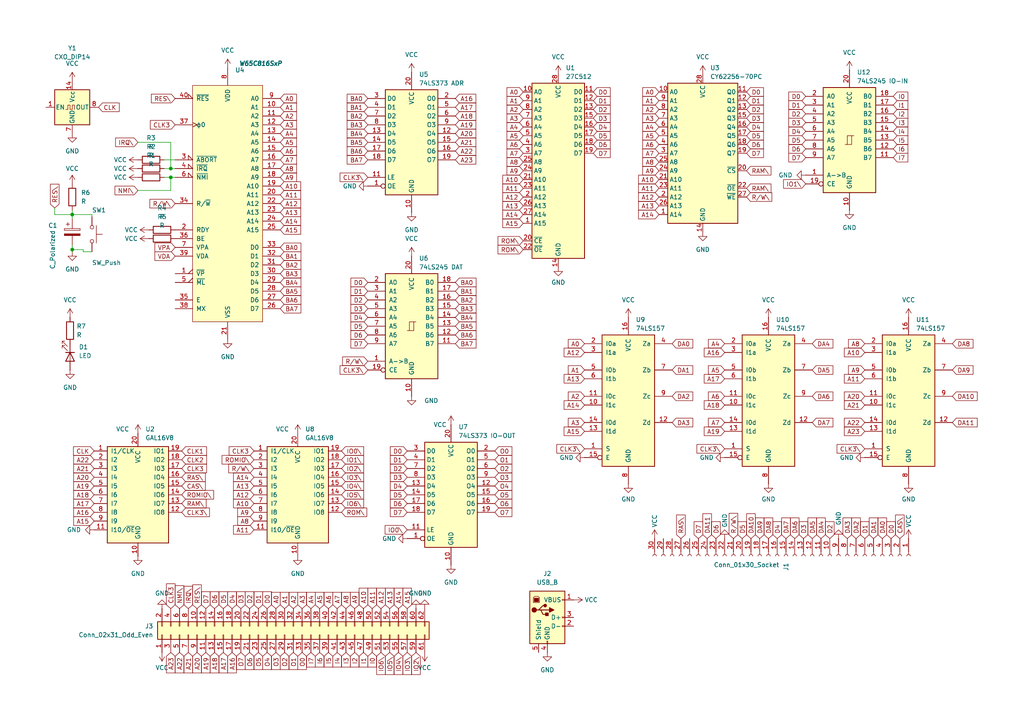
<source format=kicad_sch>
(kicad_sch (version 20250114) (generator "eeschema") (generator_version "9.0")
  (paper "A4")
  (junction (at 20.955 72.39))
  (junction (at 20.955 62.23))
  (junction (at 49.53 51.435))
  (junction (at 49.53 48.895))
  (wire (pts (xy 49.53 51.435) (xy 49.53 55.245)))
  (wire (pts (xy 49.53 55.245) (xy 40.005 55.245)))
  (wire (pts (xy 49.53 48.895) (xy 50.8 48.895)))
  (wire (pts (xy 20.955 71.12) (xy 20.955 72.39)))
  (wire (pts (xy 15.875 60.325) (xy 15.875 62.23)))
  (wire (pts (xy 47.625 46.355) (xy 50.8 46.355)))
  (wire (pts (xy 49.53 51.435) (xy 50.8 51.435)))
  (wire (pts (xy 20.955 72.39) (xy 20.955 73.025)))
  (wire (pts (xy 20.955 62.23) (xy 26.67 62.23)))
  (wire (pts (xy 24.13 72.39) (xy 20.955 72.39)))
  (wire (pts (xy 49.53 48.895) (xy 49.53 41.275)))
  (wire (pts (xy 15.875 62.23) (xy 20.955 62.23)))
  (wire (pts (xy 49.53 41.275) (xy 40.005 41.275)))
  (wire (pts (xy 20.955 62.23) (xy 20.955 63.5)))
  (wire (pts (xy 26.67 73.025) (xy 24.13 73.025)))
  (wire (pts (xy 47.625 48.895) (xy 49.53 48.895)))
  (wire (pts (xy 47.625 51.435) (xy 49.53 51.435)))
  (wire (pts (xy 24.13 73.025) (xy 24.13 72.39)))
  (wire (pts (xy 20.955 60.96) (xy 20.955 62.23)))
  (wire (pts (xy 26.67 62.23) (xy 26.67 62.865)))
  (global_label "BA5" (shape input) (at 106.68 41.275 180) (property "Intersheetrefs" "${INTERSHEET_REFS}" (effects (hide yes))))
  (global_label "A22" (shape input) (at 132.08 43.815 0) (property "Intersheetrefs" "${INTERSHEET_REFS}" (effects (hide yes))))
  (global_label "D5" (shape input) (at 172.085 39.37 0) (property "Intersheetrefs" "${INTERSHEET_REFS}" (effects (hide yes))))
  (global_label "A20" (shape input) (at 27.305 138.43 180) (property "Intersheetrefs" "${INTERSHEET_REFS}" (effects (hide yes))))
  (global_label "A10" (shape input) (at 73.66 146.05 180) (property "Intersheetrefs" "${INTERSHEET_REFS}" (effects (hide yes))))
  (global_label "NMI\\" (shape input) (at 40.005 55.245 180) (property "Intersheetrefs" "${INTERSHEET_REFS}" (effects (hide yes))))
  (global_label "DA10" (shape input) (at 276.225 114.935 0) (property "Intersheetrefs" "${INTERSHEET_REFS}" (effects (hide yes))))
  (global_label "A1" (shape input) (at 151.765 29.21 180) (property "Intersheetrefs" "${INTERSHEET_REFS}" (effects (hide yes))))
  (global_label "I2" (shape input) (at 102.87 189.23 270) (property "Intersheetrefs" "${INTERSHEET_REFS}" (effects (hide yes))))
  (global_label "A6" (shape input) (at 210.185 114.935 180) (property "Intersheetrefs" "${INTERSHEET_REFS}" (effects (hide yes))))
  (global_label "D1" (shape input) (at 216.535 29.21 0) (property "Intersheetrefs" "${INTERSHEET_REFS}" (effects (hide yes))))
  (global_label "BA5" (shape input) (at 132.08 94.615 0) (property "Intersheetrefs" "${INTERSHEET_REFS}" (effects (hide yes))))
  (global_label "I5" (shape input) (at 95.25 189.23 270) (property "Intersheetrefs" "${INTERSHEET_REFS}" (effects (hide yes))))
  (global_label "CLK3" (shape input) (at 50.8 36.195 180) (property "Intersheetrefs" "${INTERSHEET_REFS}" (effects (hide yes))))
  (global_label "O4" (shape input) (at 143.51 140.97 0) (property "Intersheetrefs" "${INTERSHEET_REFS}" (effects (hide yes))))
  (global_label "A3" (shape input) (at 87.63 176.53 90) (property "Intersheetrefs" "${INTERSHEET_REFS}" (effects (hide yes))))
  (global_label "A19" (shape input) (at 59.69 189.23 270) (property "Intersheetrefs" "${INTERSHEET_REFS}" (effects (hide yes))))
  (global_label "D0" (shape input) (at 233.68 27.94 180) (property "Intersheetrefs" "${INTERSHEET_REFS}" (effects (hide yes))))
  (global_label "DA3" (shape input) (at 194.945 122.555 0) (property "Intersheetrefs" "${INTERSHEET_REFS}" (effects (hide yes))))
  (global_label "DA0" (shape input) (at 255.905 156.21 90) (property "Intersheetrefs" "${INTERSHEET_REFS}" (effects (hide yes))))
  (global_label "D3" (shape input) (at 106.68 89.535 180) (property "Intersheetrefs" "${INTERSHEET_REFS}" (effects (hide yes))))
  (global_label "A0" (shape input) (at 169.545 99.695 180) (property "Intersheetrefs" "${INTERSHEET_REFS}" (effects (hide yes))))
  (global_label "IO3\\" (shape input) (at 118.11 189.23 270) (property "Intersheetrefs" "${INTERSHEET_REFS}" (effects (hide yes))))
  (global_label "A10" (shape input) (at 81.28 53.975 0) (property "Intersheetrefs" "${INTERSHEET_REFS}" (effects (hide yes))))
  (global_label "D0" (shape input) (at 77.47 176.53 90) (property "Intersheetrefs" "${INTERSHEET_REFS}" (effects (hide yes))))
  (global_label "R{slash}W\\" (shape input) (at 73.66 135.89 180) (property "Intersheetrefs" "${INTERSHEET_REFS}" (effects (hide yes))))
  (global_label "BA7" (shape input) (at 106.68 46.355 180) (property "Intersheetrefs" "${INTERSHEET_REFS}" (effects (hide yes))))
  (global_label "RAM\\" (shape input) (at 216.535 54.61 0) (property "Intersheetrefs" "${INTERSHEET_REFS}" (effects (hide yes))))
  (global_label "D1" (shape input) (at 233.68 30.48 180) (property "Intersheetrefs" "${INTERSHEET_REFS}" (effects (hide yes))))
  (global_label "CLK3\\" (shape input) (at 250.825 130.175 180) (property "Intersheetrefs" "${INTERSHEET_REFS}" (effects (hide yes))))
  (global_label "A12" (shape input) (at 191.135 57.15 180) (property "Intersheetrefs" "${INTERSHEET_REFS}" (effects (hide yes))))
  (global_label "A10" (shape input) (at 191.135 52.07 180) (property "Intersheetrefs" "${INTERSHEET_REFS}" (effects (hide yes))))
  (global_label "DA10" (shape input) (at 217.805 156.21 90) (property "Intersheetrefs" "${INTERSHEET_REFS}" (effects (hide yes))))
  (global_label "BA3" (shape input) (at 106.68 36.195 180) (property "Intersheetrefs" "${INTERSHEET_REFS}" (effects (hide yes))))
  (global_label "CLK3" (shape input) (at 52.705 135.89 0) (property "Intersheetrefs" "${INTERSHEET_REFS}" (effects (hide yes))))
  (global_label "A4" (shape input) (at 191.135 36.83 180) (property "Intersheetrefs" "${INTERSHEET_REFS}" (effects (hide yes))))
  (global_label "A2" (shape input) (at 85.09 176.53 90) (property "Intersheetrefs" "${INTERSHEET_REFS}" (effects (hide yes))))
  (global_label "DA1" (shape input) (at 194.945 107.315 0) (property "Intersheetrefs" "${INTERSHEET_REFS}" (effects (hide yes))))
  (global_label "A8" (shape input) (at 151.765 46.99 180) (property "Intersheetrefs" "${INTERSHEET_REFS}" (effects (hide yes))))
  (global_label "A6" (shape input) (at 191.135 41.91 180) (property "Intersheetrefs" "${INTERSHEET_REFS}" (effects (hide yes))))
  (global_label "A20" (shape input) (at 57.15 189.23 270) (property "Intersheetrefs" "${INTERSHEET_REFS}" (effects (hide yes))))
  (global_label "A13" (shape input) (at 169.545 109.855 180) (property "Intersheetrefs" "${INTERSHEET_REFS}" (effects (hide yes))))
  (global_label "I4" (shape input) (at 97.79 189.23 270) (property "Intersheetrefs" "${INTERSHEET_REFS}" (effects (hide yes))))
  (global_label "D4" (shape input) (at 118.11 140.97 180) (property "Intersheetrefs" "${INTERSHEET_REFS}" (effects (hide yes))))
  (global_label "A5" (shape input) (at 151.765 39.37 180) (property "Intersheetrefs" "${INTERSHEET_REFS}" (effects (hide yes))))
  (global_label "BA4" (shape input) (at 132.08 92.075 0) (property "Intersheetrefs" "${INTERSHEET_REFS}" (effects (hide yes))))
  (global_label "CLK3\\" (shape input) (at 106.68 51.435 180) (property "Intersheetrefs" "${INTERSHEET_REFS}" (effects (hide yes))))
  (global_label "O2" (shape input) (at 143.51 135.89 0) (property "Intersheetrefs" "${INTERSHEET_REFS}" (effects (hide yes))))
  (global_label "D1" (shape input) (at 250.825 156.21 90) (property "Intersheetrefs" "${INTERSHEET_REFS}" (effects (hide yes))))
  (global_label "BA0" (shape input) (at 106.68 28.575 180) (property "Intersheetrefs" "${INTERSHEET_REFS}" (effects (hide yes))))
  (global_label "D4" (shape input) (at 225.425 156.21 90) (property "Intersheetrefs" "${INTERSHEET_REFS}" (effects (hide yes))))
  (global_label "A6" (shape input) (at 151.765 41.91 180) (property "Intersheetrefs" "${INTERSHEET_REFS}" (effects (hide yes))))
  (global_label "I6" (shape input) (at 259.08 43.18 0) (property "Intersheetrefs" "${INTERSHEET_REFS}" (effects (hide yes))))
  (global_label "ROMIO\\" (shape input) (at 73.66 133.35 180) (property "Intersheetrefs" "${INTERSHEET_REFS}" (effects (hide yes))))
  (global_label "D6" (shape input) (at 172.085 41.91 0) (property "Intersheetrefs" "${INTERSHEET_REFS}" (effects (hide yes))))
  (global_label "A9" (shape input) (at 191.135 49.53 180) (property "Intersheetrefs" "${INTERSHEET_REFS}" (effects (hide yes))))
  (global_label "BA0" (shape input) (at 132.08 81.915 0) (property "Intersheetrefs" "${INTERSHEET_REFS}" (effects (hide yes))))
  (global_label "D4" (shape input) (at 106.68 92.075 180) (property "Intersheetrefs" "${INTERSHEET_REFS}" (effects (hide yes))))
  (global_label "D4" (shape input) (at 233.68 38.1 180) (property "Intersheetrefs" "${INTERSHEET_REFS}" (effects (hide yes))))
  (global_label "A14" (shape input) (at 169.545 117.475 180) (property "Intersheetrefs" "${INTERSHEET_REFS}" (effects (hide yes))))
  (global_label "A20" (shape input) (at 132.08 38.735 0) (property "Intersheetrefs" "${INTERSHEET_REFS}" (effects (hide yes))))
  (global_label "D3" (shape input) (at 216.535 34.29 0) (property "Intersheetrefs" "${INTERSHEET_REFS}" (effects (hide yes))))
  (global_label "A9" (shape input) (at 250.825 107.315 180) (property "Intersheetrefs" "${INTERSHEET_REFS}" (effects (hide yes))))
  (global_label "A2" (shape input) (at 169.545 114.935 180) (property "Intersheetrefs" "${INTERSHEET_REFS}" (effects (hide yes))))
  (global_label "A3" (shape input) (at 81.28 36.195 0) (property "Intersheetrefs" "${INTERSHEET_REFS}" (effects (hide yes))))
  (global_label "A12" (shape input) (at 73.66 143.51 180) (property "Intersheetrefs" "${INTERSHEET_REFS}" (effects (hide yes))))
  (global_label "D6" (shape input) (at 207.645 156.21 90) (property "Intersheetrefs" "${INTERSHEET_REFS}" (effects (hide yes))))
  (global_label "ROM\\" (shape input) (at 151.765 69.85 180) (property "Intersheetrefs" "${INTERSHEET_REFS}" (effects (hide yes))))
  (global_label "A10" (shape input) (at 105.41 176.53 90) (property "Intersheetrefs" "${INTERSHEET_REFS}" (effects (hide yes))))
  (global_label "A13" (shape input) (at 151.765 59.69 180) (property "Intersheetrefs" "${INTERSHEET_REFS}" (effects (hide yes))))
  (global_label "A1" (shape input) (at 169.545 107.315 180) (property "Intersheetrefs" "${INTERSHEET_REFS}" (effects (hide yes))))
  (global_label "IO1\\" (shape input) (at 233.68 53.34 180) (property "Intersheetrefs" "${INTERSHEET_REFS}" (effects (hide yes))))
  (global_label "A18" (shape input) (at 62.23 189.23 270) (property "Intersheetrefs" "${INTERSHEET_REFS}" (effects (hide yes))))
  (global_label "O7" (shape input) (at 143.51 148.59 0) (property "Intersheetrefs" "${INTERSHEET_REFS}" (effects (hide yes))))
  (global_label "A5" (shape input) (at 81.28 41.275 0) (property "Intersheetrefs" "${INTERSHEET_REFS}" (effects (hide yes))))
  (global_label "A22" (shape input) (at 250.825 122.555 180) (property "Intersheetrefs" "${INTERSHEET_REFS}" (effects (hide yes))))
  (global_label "D0" (shape input) (at 172.085 26.67 0) (property "Intersheetrefs" "${INTERSHEET_REFS}" (effects (hide yes))))
  (global_label "A0" (shape input) (at 191.135 26.67 180) (property "Intersheetrefs" "${INTERSHEET_REFS}" (effects (hide yes))))
  (global_label "O6" (shape input) (at 72.39 189.23 270) (property "Intersheetrefs" "${INTERSHEET_REFS}" (effects (hide yes))))
  (global_label "D1" (shape input) (at 74.93 176.53 90) (property "Intersheetrefs" "${INTERSHEET_REFS}" (effects (hide yes))))
  (global_label "IO0\\" (shape input) (at 99.06 130.81 0) (property "Intersheetrefs" "${INTERSHEET_REFS}" (effects (hide yes))))
  (global_label "RES\\" (shape input) (at 50.8 28.575 180) (property "Intersheetrefs" "${INTERSHEET_REFS}" (effects (hide yes))))
  (global_label "D2" (shape input) (at 172.085 31.75 0) (property "Intersheetrefs" "${INTERSHEET_REFS}" (effects (hide yes))))
  (global_label "A18" (shape input) (at 27.305 143.51 180) (property "Intersheetrefs" "${INTERSHEET_REFS}" (effects (hide yes))))
  (global_label "D6" (shape input) (at 62.23 176.53 90) (property "Intersheetrefs" "${INTERSHEET_REFS}" (effects (hide yes))))
  (global_label "IO4\\" (shape input) (at 115.57 189.23 270) (property "Intersheetrefs" "${INTERSHEET_REFS}" (effects (hide yes))))
  (global_label "A13" (shape input) (at 191.135 59.69 180) (property "Intersheetrefs" "${INTERSHEET_REFS}" (effects (hide yes))))
  (global_label "A14" (shape input) (at 191.135 62.23 180) (property "Intersheetrefs" "${INTERSHEET_REFS}" (effects (hide yes))))
  (global_label "A11" (shape input) (at 151.765 54.61 180) (property "Intersheetrefs" "${INTERSHEET_REFS}" (effects (hide yes))))
  (global_label "DA8" (shape input) (at 276.225 99.695 0) (property "Intersheetrefs" "${INTERSHEET_REFS}" (effects (hide yes))))
  (global_label "D1" (shape input) (at 172.085 29.21 0) (property "Intersheetrefs" "${INTERSHEET_REFS}" (effects (hide yes))))
  (global_label "CLK3" (shape input) (at 73.66 130.81 180) (property "Intersheetrefs" "${INTERSHEET_REFS}" (effects (hide yes))))
  (global_label "DA1" (shape input) (at 253.365 156.21 90) (property "Intersheetrefs" "${INTERSHEET_REFS}" (effects (hide yes))))
  (global_label "I3" (shape input) (at 259.08 35.56 0) (property "Intersheetrefs" "${INTERSHEET_REFS}" (effects (hide yes))))
  (global_label "DA4" (shape input) (at 235.585 99.695 0) (property "Intersheetrefs" "${INTERSHEET_REFS}" (effects (hide yes))))
  (global_label "A9" (shape input) (at 73.66 148.59 180) (property "Intersheetrefs" "${INTERSHEET_REFS}" (effects (hide yes))))
  (global_label "BA0" (shape input) (at 81.28 71.755 0) (property "Intersheetrefs" "${INTERSHEET_REFS}" (effects (hide yes))))
  (global_label "IO1\\" (shape input) (at 99.06 133.35 0) (property "Intersheetrefs" "${INTERSHEET_REFS}" (effects (hide yes))))
  (global_label "A7" (shape input) (at 191.135 44.45 180) (property "Intersheetrefs" "${INTERSHEET_REFS}" (effects (hide yes))))
  (global_label "A12" (shape input) (at 151.765 57.15 180) (property "Intersheetrefs" "${INTERSHEET_REFS}" (effects (hide yes))))
  (global_label "A3" (shape input) (at 191.135 34.29 180) (property "Intersheetrefs" "${INTERSHEET_REFS}" (effects (hide yes))))
  (global_label "D7" (shape input) (at 106.68 99.695 180) (property "Intersheetrefs" "${INTERSHEET_REFS}" (effects (hide yes))))
  (global_label "D6" (shape input) (at 118.11 146.05 180) (property "Intersheetrefs" "${INTERSHEET_REFS}" (effects (hide yes))))
  (global_label "DA11" (shape input) (at 205.105 156.21 90) (property "Intersheetrefs" "${INTERSHEET_REFS}" (effects (hide yes))))
  (global_label "RAS\\" (shape input) (at 197.485 156.21 90) (property "Intersheetrefs" "${INTERSHEET_REFS}" (effects (hide yes))))
  (global_label "CLK" (shape input) (at 27.305 130.81 180) (property "Intersheetrefs" "${INTERSHEET_REFS}" (effects (hide yes))))
  (global_label "D3" (shape input) (at 233.68 35.56 180) (property "Intersheetrefs" "${INTERSHEET_REFS}" (effects (hide yes))))
  (global_label "A19" (shape input) (at 27.305 140.97 180) (property "Intersheetrefs" "${INTERSHEET_REFS}" (effects (hide yes))))
  (global_label "BA6" (shape input) (at 106.68 43.815 180) (property "Intersheetrefs" "${INTERSHEET_REFS}" (effects (hide yes))))
  (global_label "IO5\\" (shape input) (at 113.03 189.23 270) (property "Intersheetrefs" "${INTERSHEET_REFS}" (effects (hide yes))))
  (global_label "RAM\\" (shape input) (at 216.535 49.53 0) (property "Intersheetrefs" "${INTERSHEET_REFS}" (effects (hide yes))))
  (global_label "O0" (shape input) (at 143.51 130.81 0) (property "Intersheetrefs" "${INTERSHEET_REFS}" (effects (hide yes))))
  (global_label "DA11" (shape input) (at 276.225 122.555 0) (property "Intersheetrefs" "${INTERSHEET_REFS}" (effects (hide yes))))
  (global_label "I0" (shape input) (at 259.08 27.94 0) (property "Intersheetrefs" "${INTERSHEET_REFS}" (effects (hide yes))))
  (global_label "IO2\\" (shape input) (at 99.06 135.89 0) (property "Intersheetrefs" "${INTERSHEET_REFS}" (effects (hide yes))))
  (global_label "O1" (shape input) (at 143.51 133.35 0) (property "Intersheetrefs" "${INTERSHEET_REFS}" (effects (hide yes))))
  (global_label "A7" (shape input) (at 97.79 176.53 90) (property "Intersheetrefs" "${INTERSHEET_REFS}" (effects (hide yes))))
  (global_label "D3" (shape input) (at 118.11 138.43 180) (property "Intersheetrefs" "${INTERSHEET_REFS}" (effects (hide yes))))
  (global_label "D3" (shape input) (at 233.045 156.21 90) (property "Intersheetrefs" "${INTERSHEET_REFS}" (effects (hide yes))))
  (global_label "A17" (shape input) (at 27.305 146.05 180) (property "Intersheetrefs" "${INTERSHEET_REFS}" (effects (hide yes))))
  (global_label "A11" (shape input) (at 191.135 54.61 180) (property "Intersheetrefs" "${INTERSHEET_REFS}" (effects (hide yes))))
  (global_label "DA7" (shape input) (at 235.585 122.555 0) (property "Intersheetrefs" "${INTERSHEET_REFS}" (effects (hide yes))))
  (global_label "BA2" (shape input) (at 106.68 33.655 180) (property "Intersheetrefs" "${INTERSHEET_REFS}" (effects (hide yes))))
  (global_label "A1" (shape input) (at 191.135 29.21 180) (property "Intersheetrefs" "${INTERSHEET_REFS}" (effects (hide yes))))
  (global_label "D3" (shape input) (at 172.085 34.29 0) (property "Intersheetrefs" "${INTERSHEET_REFS}" (effects (hide yes))))
  (global_label "I1" (shape input) (at 105.41 189.23 270) (property "Intersheetrefs" "${INTERSHEET_REFS}" (effects (hide yes))))
  (global_label "IO0\\" (shape input) (at 118.11 153.67 180) (property "Intersheetrefs" "${INTERSHEET_REFS}" (effects (hide yes))))
  (global_label "A4" (shape input) (at 90.17 176.53 90) (property "Intersheetrefs" "${INTERSHEET_REFS}" (effects (hide yes))))
  (global_label "ROMIO\\" (shape input) (at 52.705 143.51 0) (property "Intersheetrefs" "${INTERSHEET_REFS}" (effects (hide yes))))
  (global_label "BA6" (shape input) (at 132.08 97.155 0) (property "Intersheetrefs" "${INTERSHEET_REFS}" (effects (hide yes))))
  (global_label "A17" (shape input) (at 64.77 189.23 270) (property "Intersheetrefs" "${INTERSHEET_REFS}" (effects (hide yes))))
  (global_label "A18" (shape input) (at 132.08 33.655 0) (property "Intersheetrefs" "${INTERSHEET_REFS}" (effects (hide yes))))
  (global_label "A8" (shape input) (at 73.66 151.13 180) (property "Intersheetrefs" "${INTERSHEET_REFS}" (effects (hide yes))))
  (global_label "IO6\\" (shape input) (at 99.06 146.05 0) (property "Intersheetrefs" "${INTERSHEET_REFS}" (effects (hide yes))))
  (global_label "A19" (shape input) (at 210.185 125.095 180) (property "Intersheetrefs" "${INTERSHEET_REFS}" (effects (hide yes))))
  (global_label "A9" (shape input) (at 102.87 176.53 90) (property "Intersheetrefs" "${INTERSHEET_REFS}" (effects (hide yes))))
  (global_label "DA9" (shape input) (at 276.225 107.315 0) (property "Intersheetrefs" "${INTERSHEET_REFS}" (effects (hide yes))))
  (global_label "A23" (shape input) (at 49.53 189.23 270) (property "Intersheetrefs" "${INTERSHEET_REFS}" (effects (hide yes))))
  (global_label "DA6" (shape input) (at 235.585 114.935 0) (property "Intersheetrefs" "${INTERSHEET_REFS}" (effects (hide yes))))
  (global_label "D4" (shape input) (at 67.31 176.53 90) (property "Intersheetrefs" "${INTERSHEET_REFS}" (effects (hide yes))))
  (global_label "D2" (shape input) (at 216.535 31.75 0) (property "Intersheetrefs" "${INTERSHEET_REFS}" (effects (hide yes))))
  (global_label "A4" (shape input) (at 151.765 36.83 180) (property "Intersheetrefs" "${INTERSHEET_REFS}" (effects (hide yes))))
  (global_label "D2" (shape input) (at 118.11 135.89 180) (property "Intersheetrefs" "${INTERSHEET_REFS}" (effects (hide yes))))
  (global_label "A13" (shape input) (at 73.66 140.97 180) (property "Intersheetrefs" "${INTERSHEET_REFS}" (effects (hide yes))))
  (global_label "A6" (shape input) (at 81.28 43.815 0) (property "Intersheetrefs" "${INTERSHEET_REFS}" (effects (hide yes))))
  (global_label "CLK3\\" (shape input) (at 169.545 130.175 180) (property "Intersheetrefs" "${INTERSHEET_REFS}" (effects (hide yes))))
  (global_label "DA5" (shape input) (at 235.585 156.21 90) (property "Intersheetrefs" "${INTERSHEET_REFS}" (effects (hide yes))))
  (global_label "BA3" (shape input) (at 81.28 79.375 0) (property "Intersheetrefs" "${INTERSHEET_REFS}" (effects (hide yes))))
  (global_label "R{slash}W\\" (shape input) (at 106.68 104.775 180) (property "Intersheetrefs" "${INTERSHEET_REFS}" (effects (hide yes))))
  (global_label "A14" (shape input) (at 81.28 64.135 0) (property "Intersheetrefs" "${INTERSHEET_REFS}" (effects (hide yes))))
  (global_label "IO3\\" (shape input) (at 99.06 138.43 0) (property "Intersheetrefs" "${INTERSHEET_REFS}" (effects (hide yes))))
  (global_label "BA7" (shape input) (at 81.28 89.535 0) (property "Intersheetrefs" "${INTERSHEET_REFS}" (effects (hide yes))))
  (global_label "O1" (shape input) (at 85.09 189.23 270) (property "Intersheetrefs" "${INTERSHEET_REFS}" (effects (hide yes))))
  (global_label "BA3" (shape input) (at 132.08 89.535 0) (property "Intersheetrefs" "${INTERSHEET_REFS}" (effects (hide yes))))
  (global_label "O2" (shape input) (at 82.55 189.23 270) (property "Intersheetrefs" "${INTERSHEET_REFS}" (effects (hide yes))))
  (global_label "R{slash}W\\" (shape input) (at 50.8 59.055 180) (property "Intersheetrefs" "${INTERSHEET_REFS}" (effects (hide yes))))
  (global_label "BA4" (shape input) (at 106.68 38.735 180) (property "Intersheetrefs" "${INTERSHEET_REFS}" (effects (hide yes))))
  (global_label "A15" (shape input) (at 27.305 151.13 180) (property "Intersheetrefs" "${INTERSHEET_REFS}" (effects (hide yes))))
  (global_label "A7" (shape input) (at 210.185 122.555 180) (property "Intersheetrefs" "${INTERSHEET_REFS}" (effects (hide yes))))
  (global_label "DA9" (shape input) (at 220.345 156.21 90) (property "Intersheetrefs" "${INTERSHEET_REFS}" (effects (hide yes))))
  (global_label "D4" (shape input) (at 216.535 36.83 0) (property "Intersheetrefs" "${INTERSHEET_REFS}" (effects (hide yes))))
  (global_label "DA6" (shape input) (at 230.505 156.21 90) (property "Intersheetrefs" "${INTERSHEET_REFS}" (effects (hide yes))))
  (global_label "A12" (shape input) (at 110.49 176.53 90) (property "Intersheetrefs" "${INTERSHEET_REFS}" (effects (hide yes))))
  (global_label "A8" (shape input) (at 81.28 48.895 0) (property "Intersheetrefs" "${INTERSHEET_REFS}" (effects (hide yes))))
  (global_label "CLK3" (shape input) (at 49.53 176.53 90) (property "Intersheetrefs" "${INTERSHEET_REFS}" (effects (hide yes))))
  (global_label "A5" (shape input) (at 210.185 107.315 180) (property "Intersheetrefs" "${INTERSHEET_REFS}" (effects (hide yes))))
  (global_label "I7" (shape input) (at 90.17 189.23 270) (property "Intersheetrefs" "${INTERSHEET_REFS}" (effects (hide yes))))
  (global_label "D5" (shape input) (at 216.535 39.37 0) (property "Intersheetrefs" "${INTERSHEET_REFS}" (effects (hide yes))))
  (global_label "A8" (shape input) (at 191.135 46.99 180) (property "Intersheetrefs" "${INTERSHEET_REFS}" (effects (hide yes))))
  (global_label "D0" (shape input) (at 216.535 26.67 0) (property "Intersheetrefs" "${INTERSHEET_REFS}" (effects (hide yes))))
  (global_label "A8" (shape input) (at 100.33 176.53 90) (property "Intersheetrefs" "${INTERSHEET_REFS}" (effects (hide yes))))
  (global_label "VPA" (shape input) (at 50.8 71.755 180) (property "Intersheetrefs" "${INTERSHEET_REFS}" (effects (hide yes))))
  (global_label "O3" (shape input) (at 80.01 189.23 270) (property "Intersheetrefs" "${INTERSHEET_REFS}" (effects (hide yes))))
  (global_label "A0" (shape input) (at 151.765 26.67 180) (property "Intersheetrefs" "${INTERSHEET_REFS}" (effects (hide yes))))
  (global_label "D7" (shape input) (at 172.085 44.45 0) (property "Intersheetrefs" "${INTERSHEET_REFS}" (effects (hide yes))))
  (global_label "IO4\\" (shape input) (at 99.06 140.97 0) (property "Intersheetrefs" "${INTERSHEET_REFS}" (effects (hide yes))))
  (global_label "IO6\\" (shape input) (at 110.49 189.23 270) (property "Intersheetrefs" "${INTERSHEET_REFS}" (effects (hide yes))))
  (global_label "CAS\\" (shape input) (at 52.705 140.97 0) (property "Intersheetrefs" "${INTERSHEET_REFS}" (effects (hide yes))))
  (global_label "RAS\\" (shape input) (at 52.705 138.43 0) (property "Intersheetrefs" "${INTERSHEET_REFS}" (effects (hide yes))))
  (global_label "A19" (shape input) (at 132.08 36.195 0) (property "Intersheetrefs" "${INTERSHEET_REFS}" (effects (hide yes))))
  (global_label "A17" (shape input) (at 210.185 109.855 180) (property "Intersheetrefs" "${INTERSHEET_REFS}" (effects (hide yes))))
  (global_label "A5" (shape input) (at 191.135 39.37 180) (property "Intersheetrefs" "${INTERSHEET_REFS}" (effects (hide yes))))
  (global_label "A15" (shape input) (at 169.545 125.095 180) (property "Intersheetrefs" "${INTERSHEET_REFS}" (effects (hide yes))))
  (global_label "DA5" (shape input) (at 235.585 107.315 0) (property "Intersheetrefs" "${INTERSHEET_REFS}" (effects (hide yes))))
  (global_label "O0" (shape input) (at 87.63 189.23 270) (property "Intersheetrefs" "${INTERSHEET_REFS}" (effects (hide yes))))
  (global_label "I4" (shape input) (at 259.08 38.1 0) (property "Intersheetrefs" "${INTERSHEET_REFS}" (effects (hide yes))))
  (global_label "D3" (shape input) (at 69.85 176.53 90) (property "Intersheetrefs" "${INTERSHEET_REFS}" (effects (hide yes))))
  (global_label "RAM\\" (shape input) (at 52.705 146.05 0) (property "Intersheetrefs" "${INTERSHEET_REFS}" (effects (hide yes))))
  (global_label "D7" (shape input) (at 233.68 45.72 180) (property "Intersheetrefs" "${INTERSHEET_REFS}" (effects (hide yes))))
  (global_label "D2" (shape input) (at 72.39 176.53 90) (property "Intersheetrefs" "${INTERSHEET_REFS}" (effects (hide yes))))
  (global_label "I6" (shape input) (at 92.71 189.23 270) (property "Intersheetrefs" "${INTERSHEET_REFS}" (effects (hide yes))))
  (global_label "A20" (shape input) (at 250.825 114.935 180) (property "Intersheetrefs" "${INTERSHEET_REFS}" (effects (hide yes))))
  (global_label "A12" (shape input) (at 81.28 59.055 0) (property "Intersheetrefs" "${INTERSHEET_REFS}" (effects (hide yes))))
  (global_label "DA2" (shape input) (at 248.285 156.21 90) (property "Intersheetrefs" "${INTERSHEET_REFS}" (effects (hide yes))))
  (global_label "A3" (shape input) (at 151.765 34.29 180) (property "Intersheetrefs" "${INTERSHEET_REFS}" (effects (hide yes))))
  (global_label "A15" (shape input) (at 118.11 176.53 90) (property "Intersheetrefs" "${INTERSHEET_REFS}" (effects (hide yes))))
  (global_label "DA2" (shape input) (at 194.945 114.935 0) (property "Intersheetrefs" "${INTERSHEET_REFS}" (effects (hide yes))))
  (global_label "A16" (shape input) (at 132.08 28.575 0) (property "Intersheetrefs" "${INTERSHEET_REFS}" (effects (hide yes))))
  (global_label "CLK1" (shape input) (at 52.705 130.81 0) (property "Intersheetrefs" "${INTERSHEET_REFS}" (effects (hide yes))))
  (global_label "D0" (shape input) (at 258.445 156.21 90) (property "Intersheetrefs" "${INTERSHEET_REFS}" (effects (hide yes))))
  (global_label "I7" (shape input) (at 259.08 45.72 0) (property "Intersheetrefs" "${INTERSHEET_REFS}" (effects (hide yes))))
  (global_label "VDA" (shape input) (at 50.8 74.295 180) (property "Intersheetrefs" "${INTERSHEET_REFS}" (effects (hide yes))))
  (global_label "D5" (shape input) (at 64.77 176.53 90) (property "Intersheetrefs" "${INTERSHEET_REFS}" (effects (hide yes))))
  (global_label "CLK3\\" (shape input) (at 52.705 148.59 0) (property "Intersheetrefs" "${INTERSHEET_REFS}" (effects (hide yes))))
  (global_label "I3" (shape input) (at 100.33 189.23 270) (property "Intersheetrefs" "${INTERSHEET_REFS}" (effects (hide yes))))
  (global_label "DA8" (shape input) (at 222.885 156.21 90) (property "Intersheetrefs" "${INTERSHEET_REFS}" (effects (hide yes))))
  (global_label "D7" (shape input) (at 118.11 148.59 180) (property "Intersheetrefs" "${INTERSHEET_REFS}" (effects (hide yes))))
  (global_label "A10" (shape input) (at 151.765 52.07 180) (property "Intersheetrefs" "${INTERSHEET_REFS}" (effects (hide yes))))
  (global_label "DA7" (shape input) (at 227.965 156.21 90) (property "Intersheetrefs" "${INTERSHEET_REFS}" (effects (hide yes))))
  (global_label "A11" (shape input) (at 107.95 176.53 90) (property "Intersheetrefs" "${INTERSHEET_REFS}" (effects (hide yes))))
  (global_label "I5" (shape input) (at 259.08 40.64 0) (property "Intersheetrefs" "${INTERSHEET_REFS}" (effects (hide yes))))
  (global_label "A8" (shape input) (at 250.825 99.695 180) (property "Intersheetrefs" "${INTERSHEET_REFS}" (effects (hide yes))))
  (global_label "A21" (shape input) (at 54.61 189.23 270) (property "Intersheetrefs" "${INTERSHEET_REFS}" (effects (hide yes))))
  (global_label "A3" (shape input) (at 169.545 122.555 180) (property "Intersheetrefs" "${INTERSHEET_REFS}" (effects (hide yes))))
  (global_label "A23" (shape input) (at 132.08 46.355 0) (property "Intersheetrefs" "${INTERSHEET_REFS}" (effects (hide yes))))
  (global_label "A13" (shape input) (at 81.28 61.595 0) (property "Intersheetrefs" "${INTERSHEET_REFS}" (effects (hide yes))))
  (global_label "A18" (shape input) (at 210.185 117.475 180) (property "Intersheetrefs" "${INTERSHEET_REFS}" (effects (hide yes))))
  (global_label "A16" (shape input) (at 67.31 189.23 270) (property "Intersheetrefs" "${INTERSHEET_REFS}" (effects (hide yes))))
  (global_label "A14" (shape input) (at 73.66 138.43 180) (property "Intersheetrefs" "${INTERSHEET_REFS}" (effects (hide yes))))
  (global_label "DA4" (shape input) (at 238.125 156.21 90) (property "Intersheetrefs" "${INTERSHEET_REFS}" (effects (hide yes))))
  (global_label "O3" (shape input) (at 143.51 138.43 0) (property "Intersheetrefs" "${INTERSHEET_REFS}" (effects (hide yes))))
  (global_label "D2" (shape input) (at 233.68 33.02 180) (property "Intersheetrefs" "${INTERSHEET_REFS}" (effects (hide yes))))
  (global_label "D7" (shape input) (at 202.565 156.21 90) (property "Intersheetrefs" "${INTERSHEET_REFS}" (effects (hide yes))))
  (global_label "BA4" (shape input) (at 81.28 81.915 0) (property "Intersheetrefs" "${INTERSHEET_REFS}" (effects (hide yes))))
  (global_label "A14" (shape input) (at 151.765 62.23 180) (property "Intersheetrefs" "${INTERSHEET_REFS}" (effects (hide yes))))
  (global_label "IO2\\" (shape input) (at 120.65 189.23 270) (property "Intersheetrefs" "${INTERSHEET_REFS}" (effects (hide yes))))
  (global_label "A21" (shape input) (at 250.825 117.475 180) (property "Intersheetrefs" "${INTERSHEET_REFS}" (effects (hide yes))))
  (global_label "A17" (shape input) (at 132.08 31.115 0) (property "Intersheetrefs" "${INTERSHEET_REFS}" (effects (hide yes))))
  (global_label "A0" (shape input) (at 81.28 28.575 0) (property "Intersheetrefs" "${INTERSHEET_REFS}" (effects (hide yes))))
  (global_label "I0" (shape input) (at 107.95 189.23 270) (property "Intersheetrefs" "${INTERSHEET_REFS}" (effects (hide yes))))
  (global_label "D5" (shape input) (at 215.265 156.21 90) (property "Intersheetrefs" "${INTERSHEET_REFS}" (effects (hide yes))))
  (global_label "D2" (shape input) (at 240.665 156.21 90) (property "Intersheetrefs" "${INTERSHEET_REFS}" (effects (hide yes))))
  (global_label "IRQ\\" (shape input) (at 54.61 176.53 90) (property "Intersheetrefs" "${INTERSHEET_REFS}" (effects (hide yes))))
  (global_label "DA0" (shape input) (at 194.945 99.695 0) (property "Intersheetrefs" "${INTERSHEET_REFS}" (effects (hide yes))))
  (global_label "A13" (shape input) (at 113.03 176.53 90) (property "Intersheetrefs" "${INTERSHEET_REFS}" (effects (hide yes))))
  (global_label "RES\\" (shape input) (at 15.875 60.325 90) (property "Intersheetrefs" "${INTERSHEET_REFS}" (effects (hide yes))))
  (global_label "A14" (shape input) (at 115.57 176.53 90) (property "Intersheetrefs" "${INTERSHEET_REFS}" (effects (hide yes))))
  (global_label "I2" (shape input) (at 259.08 33.02 0) (property "Intersheetrefs" "${INTERSHEET_REFS}" (effects (hide yes))))
  (global_label "A2" (shape input) (at 191.135 31.75 180) (property "Intersheetrefs" "${INTERSHEET_REFS}" (effects (hide yes))))
  (global_label "RES\\" (shape input) (at 57.15 176.53 90) (property "Intersheetrefs" "${INTERSHEET_REFS}" (effects (hide yes))))
  (global_label "A22" (shape input) (at 52.07 189.23 270) (property "Intersheetrefs" "${INTERSHEET_REFS}" (effects (hide yes))))
  (global_label "A7" (shape input) (at 151.765 44.45 180) (property "Intersheetrefs" "${INTERSHEET_REFS}" (effects (hide yes))))
  (global_label "A12" (shape input) (at 169.545 102.235 180) (property "Intersheetrefs" "${INTERSHEET_REFS}" (effects (hide yes))))
  (global_label "I1" (shape input) (at 259.08 30.48 0) (property "Intersheetrefs" "${INTERSHEET_REFS}" (effects (hide yes))))
  (global_label "D7" (shape input) (at 216.535 44.45 0) (property "Intersheetrefs" "${INTERSHEET_REFS}" (effects (hide yes))))
  (global_label "ROM\\" (shape input) (at 151.765 72.39 180) (property "Intersheetrefs" "${INTERSHEET_REFS}" (effects (hide yes))))
  (global_label "A10" (shape input) (at 250.825 102.235 180) (property "Intersheetrefs" "${INTERSHEET_REFS}" (effects (hide yes))))
  (global_label "R{slash}W\\" (shape input) (at 216.535 57.15 0) (property "Intersheetrefs" "${INTERSHEET_REFS}" (effects (hide yes))))
  (global_label "ROM\\" (shape input) (at 99.06 148.59 0) (property "Intersheetrefs" "${INTERSHEET_REFS}" (effects (hide yes))))
  (global_label "CAS\\" (shape input) (at 260.985 156.21 90) (property "Intersheetrefs" "${INTERSHEET_REFS}" (effects (hide yes))))
  (global_label "BA2" (shape input) (at 81.28 76.835 0) (property "Intersheetrefs" "${INTERSHEET_REFS}" (effects (hide yes))))
  (global_label "A15" (shape input) (at 151.765 64.77 180) (property "Intersheetrefs" "${INTERSHEET_REFS}" (effects (hide yes))))
  (global_label "D4" (shape input) (at 172.085 36.83 0) (property "Intersheetrefs" "${INTERSHEET_REFS}" (effects (hide yes))))
  (global_label "A16" (shape input) (at 210.185 102.235 180) (property "Intersheetrefs" "${INTERSHEET_REFS}" (effects (hide yes))))
  (global_label "BA1" (shape input) (at 132.08 84.455 0) (property "Intersheetrefs" "${INTERSHEET_REFS}" (effects (hide yes))))
  (global_label "D5" (shape input) (at 106.68 94.615 180) (property "Intersheetrefs" "${INTERSHEET_REFS}" (effects (hide yes))))
  (global_label "D6" (shape input) (at 106.68 97.155 180) (property "Intersheetrefs" "${INTERSHEET_REFS}" (effects (hide yes))))
  (global_label "BA1" (shape input) (at 81.28 74.295 0) (property "Intersheetrefs" "${INTERSHEET_REFS}" (effects (hide yes))))
  (global_label "A23" (shape input) (at 250.825 125.095 180) (property "Intersheetrefs" "${INTERSHEET_REFS}" (effects (hide yes))))
  (global_label "D7" (shape input) (at 59.69 176.53 90) (property "Intersheetrefs" "${INTERSHEET_REFS}" (effects (hide yes))))
  (global_label "BA5" (shape input) (at 81.28 84.455 0) (property "Intersheetrefs" "${INTERSHEET_REFS}" (effects (hide yes))))
  (global_label "A11" (shape input) (at 250.825 109.855 180) (property "Intersheetrefs" "${INTERSHEET_REFS}" (effects (hide yes))))
  (global_label "CLK2" (shape input) (at 52.705 133.35 0) (property "Intersheetrefs" "${INTERSHEET_REFS}" (effects (hide yes))))
  (global_label "O7" (shape input) (at 69.85 189.23 270) (property "Intersheetrefs" "${INTERSHEET_REFS}" (effects (hide yes))))
  (global_label "A21" (shape input) (at 132.08 41.275 0) (property "Intersheetrefs" "${INTERSHEET_REFS}" (effects (hide yes))))
  (global_label "D0" (shape input) (at 106.68 81.915 180) (property "Intersheetrefs" "${INTERSHEET_REFS}" (effects (hide yes))))
  (global_label "BA6" (shape input) (at 81.28 86.995 0) (property "Intersheetrefs" "${INTERSHEET_REFS}" (effects (hide yes))))
  (global_label "A22" (shape input) (at 27.305 133.35 180) (property "Intersheetrefs" "${INTERSHEET_REFS}" (effects (hide yes))))
  (global_label "D1" (shape input) (at 106.68 84.455 180) (property "Intersheetrefs" "${INTERSHEET_REFS}" (effects (hide yes))))
  (global_label "A6" (shape input) (at 95.25 176.53 90) (property "Intersheetrefs" "${INTERSHEET_REFS}" (effects (hide yes))))
  (global_label "IRQ\\" (shape input) (at 40.005 41.275 180) (property "Intersheetrefs" "${INTERSHEET_REFS}" (effects (hide yes))))
  (global_label "DA3" (shape input) (at 245.745 156.21 90) (property "Intersheetrefs" "${INTERSHEET_REFS}" (effects (hide yes))))
  (global_label "A11" (shape input) (at 73.66 153.67 180) (property "Intersheetrefs" "${INTERSHEET_REFS}" (effects (hide yes))))
  (global_label "A21" (shape input) (at 27.305 135.89 180) (property "Intersheetrefs" "${INTERSHEET_REFS}" (effects (hide yes))))
  (global_label "CLK3\\" (shape input) (at 106.68 107.315 180) (property "Intersheetrefs" "${INTERSHEET_REFS}" (effects (hide yes))))
  (global_label "D2" (shape input) (at 106.68 86.995 180) (property "Intersheetrefs" "${INTERSHEET_REFS}" (effects (hide yes))))
  (global_label "O5" (shape input) (at 143.51 143.51 0) (property "Intersheetrefs" "${INTERSHEET_REFS}" (effects (hide yes))))
  (global_label "A5" (shape input) (at 92.71 176.53 90) (property "Intersheetrefs" "${INTERSHEET_REFS}" (effects (hide yes))))
  (global_label "O6" (shape input) (at 143.51 146.05 0) (property "Intersheetrefs" "${INTERSHEET_REFS}" (effects (hide yes))))
  (global_label "A1" (shape input) (at 82.55 176.53 90) (property "Intersheetrefs" "${INTERSHEET_REFS}" (effects (hide yes))))
  (global_label "A4" (shape input) (at 81.28 38.735 0) (property "Intersheetrefs" "${INTERSHEET_REFS}" (effects (hide yes))))
  (global_label "CLK3\\" (shape input) (at 210.185 130.175 180) (property "Intersheetrefs" "${INTERSHEET_REFS}" (effects (hide yes))))
  (global_label "IO5\\" (shape input) (at 99.06 143.51 0) (property "Intersheetrefs" "${INTERSHEET_REFS}" (effects (hide yes))))
  (global_label "BA7" (shape input) (at 132.08 99.695 0) (property "Intersheetrefs" "${INTERSHEET_REFS}" (effects (hide yes))))
  (global_label "O5" (shape input) (at 74.93 189.23 270) (property "Intersheetrefs" "${INTERSHEET_REFS}" (effects (hide yes))))
  (global_label "A0" (shape input) (at 80.01 176.53 90) (property "Intersheetrefs" "${INTERSHEET_REFS}" (effects (hide yes))))
  (global_label "R{slash}W\\" (shape input) (at 212.725 156.21 90) (property "Intersheetrefs" "${INTERSHEET_REFS}" (effects (hide yes))))
  (global_label "D6" (shape input) (at 216.535 41.91 0) (property "Intersheetrefs" "${INTERSHEET_REFS}" (effects (hide yes))))
  (global_label "A9" (shape input) (at 151.765 49.53 180) (property "Intersheetrefs" "${INTERSHEET_REFS}" (effects (hide yes))))
  (global_label "D1" (shape input) (at 118.11 133.35 180) (property "Intersheetrefs" "${INTERSHEET_REFS}" (effects (hide yes))))
  (global_label "D5" (shape input) (at 118.11 143.51 180) (property "Intersheetrefs" "${INTERSHEET_REFS}" (effects (hide yes))))
  (global_label "A11" (shape input) (at 81.28 56.515 0) (property "Intersheetrefs" "${INTERSHEET_REFS}" (effects (hide yes))))
  (global_label "A7" (shape input) (at 81.28 46.355 0) (property "Intersheetrefs" "${INTERSHEET_REFS}" (effects (hide yes))))
  (global_label "A9" (shape input) (at 81.28 51.435 0) (property "Intersheetrefs" "${INTERSHEET_REFS}" (effects (hide yes))))
  (global_label "D0" (shape input) (at 118.11 130.81 180) (property "Intersheetrefs" "${INTERSHEET_REFS}" (effects (hide yes))))
  (global_label "A2" (shape input) (at 151.765 31.75 180) (property "Intersheetrefs" "${INTERSHEET_REFS}" (effects (hide yes))))
  (global_label "A4" (shape input) (at 210.185 99.695 180) (property "Intersheetrefs" "${INTERSHEET_REFS}" (effects (hide yes))))
  (global_label "A1" (shape input) (at 81.28 31.115 0) (property "Intersheetrefs" "${INTERSHEET_REFS}" (effects (hide yes))))
  (global_label "CLK" (shape input) (at 28.575 31.115 0) (property "Intersheetrefs" "${INTERSHEET_REFS}" (effects (hide yes))))
  (global_label "D5" (shape input) (at 233.68 40.64 180) (property "Intersheetrefs" "${INTERSHEET_REFS}" (effects (hide yes))))
  (global_label "A16" (shape input) (at 27.305 148.59 180) (property "Intersheetrefs" "${INTERSHEET_REFS}" (effects (hide yes))))
  (global_label "D6" (shape input) (at 233.68 43.18 180) (property "Intersheetrefs" "${INTERSHEET_REFS}" (effects (hide yes))))
  (global_label "NMI\\" (shape input) (at 52.07 176.53 90) (property "Intersheetrefs" "${INTERSHEET_REFS}" (effects (hide yes))))
  (global_label "A15" (shape input) (at 81.28 66.675 0) (property "Intersheetrefs" "${INTERSHEET_REFS}" (effects (hide yes))))
  (global_label "O4" (shape input) (at 77.47 189.23 270) (property "Intersheetrefs" "${INTERSHEET_REFS}" (effects (hide yes))))
  (global_label "BA1" (shape input) (at 106.68 31.115 180) (property "Intersheetrefs" "${INTERSHEET_REFS}" (effects (hide yes))))
  (global_label "BA2" (shape input) (at 132.08 86.995 0) (property "Intersheetrefs" "${INTERSHEET_REFS}" (effects (hide yes))))
  (global_label "A2" (shape input) (at 81.28 33.655 0) (property "Intersheetrefs" "${INTERSHEET_REFS}" (effects (hide yes))))
  (symbol (lib_id "power:VCC") (at 182.245 92.075 0) (unit 1)
    (property "Reference" "#PWR025" (effects (hide yes)))
    (property "Value" "VCC" (at 182.245 86.995 0))
    (property "Description" "Power symbol creates a global label with name \"VCC\"" (effects (hide yes)))
  )
  (symbol (lib_id "power:VCC") (at 20.32 92.075 0) (unit 1)
    (property "Reference" "#PWR050" (effects (hide yes)))
    (property "Value" "VCC" (at 20.32 86.995 0))
    (property "Description" "Power symbol creates a global label with name \"VCC\"" (effects (hide yes)))
  )
  (symbol (lib_id "Logic_Programmable:GAL16V8") (at 86.36 143.51 0) (unit 1)
    (property "Reference" "U8" (at 88.5033 124.46 0) (effects (justify left)))
    (property "Value" "GAL16V8" (at 88.5033 127 0) (effects (justify left)))
    (property "Footprint" "Package_DIP:DIP-20_W7.62mm" (effects (hide yes)))
    (property "Description" "Programmable Logic Array, DIP-20/SOIC-20/PLCC-20" (effects (hide yes)))
  )
  (symbol (lib_id "power:VCC") (at 119.38 74.295 0) (unit 1)
    (property "Reference" "#PWR021" (effects (hide yes)))
    (property "Value" "VCC" (at 119.38 69.215 0))
    (property "Description" "Power symbol creates a global label with name \"VCC\"" (effects (hide yes)))
  )
  (symbol (lib_id "power:GND") (at 182.245 140.335 0) (unit 1)
    (property "Reference" "#PWR033" (effects (hide yes)))
    (property "Value" "GND" (at 182.245 144.78 0))
    (property "Description" "Power symbol creates a global label with name \"GND\" , ground" (effects (hide yes)))
  )
  (symbol (lib_id "Connector:USB_B") (at 158.75 179.07 0) (unit 1)
    (property "Reference" "J2" (at 158.75 166.37 0))
    (property "Value" "USB_B" (at 158.75 168.91 0))
    (property "Footprint" "Connector_USB:USB_B_OST_USB-B1HSxx_Horizontal" (effects (hide yes)))
    (property "Description" "USB Type B connector" (effects (hide yes)))
  )
  (symbol (lib_id "65xx:W65C816SxP") (at 66.04 59.055 0) (unit 1)
    (property "Reference" "U4" (at 68.1833 20.32 0) (effects (justify left)))
    (property "Value" "W65C816SxP" (at 69.215 18.415 0) (effects (font (bold yes) (italic yes)) (justify left)))
    (property "Footprint" "Package_DIP:DIP-40_W15.24mm" (effects (hide yes)))
    (property "Datasheet" "http://www.westerndesigncenter.com/wdc/documentation/w65c816s.pdf" (effects (hide yes)))
    (property "Description" "W65C816S 8/16-bit CMOS General Purpose Microprocessor, DIP-40" (effects (hide yes)))
  )
  (symbol (lib_id "power:VCC") (at 203.835 21.59 0) (unit 1)
    (property "Reference" "#PWR04" (effects (hide yes)))
    (property "Value" "VCC" (at 203.835 16.51 0))
    (property "Description" "Power symbol creates a global label with name \"VCC\"" (effects (hide yes)))
  )
  (symbol (lib_id "power:GND") (at 130.81 163.83 0) (unit 1)
    (property "Reference" "#PWR024" (effects (hide yes)))
    (property "Value" "GND" (at 130.81 168.91 0))
    (property "Description" "Power symbol creates a global label with name \"GND\" , ground" (effects (hide yes)))
  )
  (symbol (lib_id "power:GND") (at 123.19 176.53 180) (unit 1)
    (property "Reference" "#PWR048" (effects (hide yes)))
    (property "Value" "GND" (at 123.19 172.085 0))
    (property "Description" "Power symbol creates a global label with name \"GND\" , ground" (effects (hide yes)))
  )
  (symbol (lib_id "Connector_Generic:Conn_02x31_Odd_Even") (at 85.09 184.15 90) (unit 1)
    (property "Reference" "J3" (at 44.45 181.6099 90) (effects (justify left)))
    (property "Value" "Conn_02x31_Odd_Even" (at 44.45 184.1499 90) (effects (justify left)))
    (property "Footprint" "Connector_PinSocket_2.54mm:PinSocket_2x31_P2.54mm_Vertical" (effects (hide yes)))
    (property "Description" "Generic connector, double row, 02x31, odd/even pin numbering scheme (row 1 odd numbers, row 2 even numbers), script generated (kicad-library-utils/schlib/autogen/connector/)" (effects (hide yes)))
  )
  (symbol (lib_id "power:GND") (at 86.36 161.29 0) (unit 1)
    (property "Reference" "#PWR027" (effects (hide yes)))
    (property "Value" "GND" (at 86.36 166.37 0))
    (property "Description" "Power symbol creates a global label with name \"GND\" , ground" (effects (hide yes)))
  )
  (symbol (lib_id "power:GND") (at 40.005 161.29 0) (unit 1)
    (property "Reference" "#PWR010" (effects (hide yes)))
    (property "Value" "GND" (at 40.005 166.37 0))
    (property "Description" "Power symbol creates a global label with name \"GND\" , ground" (effects (hide yes)))
  )
  (symbol (lib_id "power:VCC") (at 189.865 156.21 0) (unit 1)
    (property "Reference" "#PWR042" (effects (hide yes)))
    (property "Value" "VCC" (at 189.8651 153.035 90) (effects (justify left)))
    (property "Description" "Power symbol creates a global label with name \"VCC\"" (effects (hide yes)))
  )
  (symbol (lib_id "Device:R") (at 43.815 51.435 270) (unit 1)
    (property "Reference" "R1" (at 43.815 45.085 90))
    (property "Value" "R" (at 43.815 47.625 90))
    (property "Footprint" "Resistor_THT:R_Axial_DIN0207_L6.3mm_D2.5mm_P10.16mm_Horizontal" (effects (hide yes)))
    (property "Description" "Resistor" (effects (hide yes)))
  )
  (symbol (lib_id "Device:R") (at 46.99 66.675 270) (unit 1)
    (property "Reference" "R4" (at 46.99 60.325 90))
    (property "Value" "R" (at 46.99 62.865 90))
    (property "Footprint" "Resistor_THT:R_Axial_DIN0207_L6.3mm_D2.5mm_P10.16mm_Horizontal" (effects (hide yes)))
    (property "Description" "Resistor" (effects (hide yes)))
  )
  (symbol (lib_id "Memory_EPROM:27C512") (at 161.925 49.53 0) (unit 1)
    (property "Reference" "U1" (at 164.0683 19.685 0) (effects (justify left)))
    (property "Value" "27C512" (at 164.0683 22.225 0) (effects (justify left)))
    (property "Footprint" "Package_DIP:DIP-28_W15.24mm" (effects (hide yes)))
    (property "Datasheet" "http://ww1.microchip.com/downloads/en/DeviceDoc/doc0015.pdf" (effects (hide yes)))
    (property "Description" "OTP EPROM 512 KiBit" (effects (hide yes)))
  )
  (symbol (lib_id "Switch:SW_Push") (at 26.67 67.945 270) (unit 1)
    (property "Reference" "SW1" (at 26.67 60.96 90) (effects (justify left)))
    (property "Value" "SW_Push" (at 26.67 76.2 90) (effects (justify left)))
    (property "Footprint" "Button_Switch_THT:SW_PUSH_6mm" (effects (hide yes)))
    (property "Description" "Push button switch, generic, two pins" (effects (hide yes)))
  )
  (symbol (lib_id "power:VCC") (at 166.37 173.99 270) (unit 1)
    (property "Reference" "#PWR044" (effects (hide yes)))
    (property "Value" "VCC" (at 169.545 173.9899 90) (effects (justify left)))
    (property "Description" "Power symbol creates a global label with name \"VCC\"" (effects (hide yes)))
  )
  (symbol (lib_id "power:VCC") (at 246.38 20.32 0) (unit 1)
    (property "Reference" "#PWR036" (effects (hide yes)))
    (property "Value" "VCC" (at 246.38 15.24 0))
    (property "Description" "Power symbol creates a global label with name \"VCC\"" (effects (hide yes)))
  )
  (symbol (lib_id "power:VCC") (at 46.99 189.23 180) (unit 1)
    (property "Reference" "#PWR049" (effects (hide yes)))
    (property "Value" "VCC" (at 46.99 193.675 0))
    (property "Description" "Power symbol creates a global label with name \"VCC\"" (effects (hide yes)))
  )
  (symbol (lib_id "Device:R") (at 46.99 69.215 270) (unit 1)
    (property "Reference" "R5" (at 46.99 62.865 90))
    (property "Value" "R" (at 46.99 65.405 90))
    (property "Footprint" "Resistor_THT:R_Axial_DIN0207_L6.3mm_D2.5mm_P10.16mm_Horizontal" (effects (hide yes)))
    (property "Description" "Resistor" (effects (hide yes)))
  )
  (symbol (lib_id "Device:R") (at 43.815 48.895 270) (unit 1)
    (property "Reference" "R2" (at 43.815 42.545 90))
    (property "Value" "R" (at 43.815 45.085 90))
    (property "Footprint" "Resistor_THT:R_Axial_DIN0207_L6.3mm_D2.5mm_P10.16mm_Horizontal" (effects (hide yes)))
    (property "Description" "Resistor" (effects (hide yes)))
  )
  (symbol (lib_id "74xx:74LS157") (at 222.885 114.935 0) (unit 1)
    (property "Reference" "U10" (at 225.0283 92.71 0) (effects (justify left)))
    (property "Value" "74LS157" (at 225.0283 95.25 0) (effects (justify left)))
    (property "Footprint" "Package_DIP:DIP-16_W7.62mm" (effects (hide yes)))
    (property "Datasheet" "http://www.ti.com/lit/gpn/sn74LS157" (effects (hide yes)))
    (property "Description" "Quad 2 to 1 line Multiplexer" (effects (hide yes)))
  )
  (symbol (lib_id "power:VCC") (at 123.19 189.23 180) (unit 1)
    (property "Reference" "#PWR052" (effects (hide yes)))
    (property "Value" "VCC" (at 123.19 193.675 0))
    (property "Description" "Power symbol creates a global label with name \"VCC\"" (effects (hide yes)))
  )
  (symbol (lib_id "power:GND") (at 233.68 50.8 270) (unit 1)
    (property "Reference" "#PWR038" (effects (hide yes)))
    (property "Value" "GND" (at 229.87 50.7999 90) (effects (justify right)))
    (property "Description" "Power symbol creates a global label with name \"GND\" , ground" (effects (hide yes)))
  )
  (symbol (lib_id "power:VCC") (at 86.36 125.73 0) (unit 1)
    (property "Reference" "#PWR026" (effects (hide yes)))
    (property "Value" "VCC" (at 81.915 124.46 0))
    (property "Description" "Power symbol creates a global label with name \"VCC\"" (effects (hide yes)))
  )
  (symbol (lib_id "power:GND") (at 222.885 140.335 0) (unit 1)
    (property "Reference" "#PWR034" (effects (hide yes)))
    (property "Value" "GND" (at 222.885 144.78 0))
    (property "Description" "Power symbol creates a global label with name \"GND\" , ground" (effects (hide yes)))
  )
  (symbol (lib_id "power:VCC") (at 20.955 23.495 0) (unit 1)
    (property "Reference" "#PWR01" (effects (hide yes)))
    (property "Value" "VCC" (at 20.955 18.415 0))
    (property "Description" "Power symbol creates a global label with name \"VCC\"" (effects (hide yes)))
  )
  (symbol (lib_id "74xx:74LS373") (at 130.81 143.51 0) (unit 1)
    (property "Reference" "U7" (at 132.9533 123.825 0) (effects (justify left)))
    (property "Value" "74LS373 IO-OUT" (at 132.9533 126.365 0) (effects (justify left)))
    (property "Footprint" "Package_DIP:DIP-20_W7.62mm" (effects (hide yes)))
    (property "Datasheet" "http://www.ti.com/lit/gpn/sn74LS373" (effects (hide yes)))
    (property "Description" "8-bit Latch, 3-state outputs" (effects (hide yes)))
  )
  (symbol (lib_id "power:GND") (at 66.04 98.425 0) (unit 1)
    (property "Reference" "#PWR07" (effects (hide yes)))
    (property "Value" "GND" (at 66.04 103.505 0))
    (property "Description" "Power symbol creates a global label with name \"GND\" , ground" (effects (hide yes)))
  )
  (symbol (lib_id "power:GND") (at 119.38 61.595 0) (unit 1)
    (property "Reference" "#PWR018" (effects (hide yes)))
    (property "Value" "GND" (at 119.38 66.675 0))
    (property "Description" "Power symbol creates a global label with name \"GND\" , ground" (effects (hide yes)))
  )
  (symbol (lib_id "74xx:74LS157") (at 263.525 114.935 0) (unit 1)
    (property "Reference" "U11" (at 265.6683 92.71 0) (effects (justify left)))
    (property "Value" "74LS157" (at 265.6683 95.25 0) (effects (justify left)))
    (property "Footprint" "Package_DIP:DIP-16_W7.62mm" (effects (hide yes)))
    (property "Datasheet" "http://www.ti.com/lit/gpn/sn74LS157" (effects (hide yes)))
    (property "Description" "Quad 2 to 1 line Multiplexer" (effects (hide yes)))
  )
  (symbol (lib_id "power:GND") (at 46.99 176.53 180) (unit 1)
    (property "Reference" "#PWR045" (effects (hide yes)))
    (property "Value" "GND" (at 46.99 172.085 0))
    (property "Description" "Power symbol creates a global label with name \"GND\" , ground" (effects (hide yes)))
  )
  (symbol (lib_id "power:GND") (at 20.955 38.735 0) (unit 1)
    (property "Reference" "#PWR06" (effects (hide yes)))
    (property "Value" "GND" (at 20.955 43.815 0))
    (property "Description" "Power symbol creates a global label with name \"GND\" , ground" (effects (hide yes)))
  )
  (symbol (lib_id "power:VCC") (at 263.525 92.075 0) (unit 1)
    (property "Reference" "#PWR029" (effects (hide yes)))
    (property "Value" "VCC" (at 263.525 86.995 0))
    (property "Description" "Power symbol creates a global label with name \"VCC\"" (effects (hide yes)))
  )
  (symbol (lib_id "power:GND") (at 246.38 60.96 0) (unit 1)
    (property "Reference" "#PWR037" (effects (hide yes)))
    (property "Value" "GND" (at 246.38 66.04 0))
    (property "Description" "Power symbol creates a global label with name \"GND\" , ground" (effects (hide yes)))
  )
  (symbol (lib_id "power:GND") (at 20.955 73.025 0) (unit 1)
    (property "Reference" "#PWR054" (effects (hide yes)))
    (property "Value" "GND" (at 20.955 78.105 0))
    (property "Description" "Power symbol creates a global label with name \"GND\" , ground" (effects (hide yes)))
  )
  (symbol (lib_id "Device:R") (at 20.32 95.885 0) (unit 1)
    (property "Reference" "R7" (at 22.225 94.6149 0) (effects (justify left)))
    (property "Value" "R" (at 22.225 97.1549 0) (effects (justify left)))
    (property "Footprint" "Resistor_THT:R_Axial_DIN0207_L6.3mm_D2.5mm_P10.16mm_Horizontal" (effects (hide yes)))
    (property "Description" "Resistor" (effects (hide yes)))
  )
  (symbol (lib_id "power:VCC") (at 130.81 123.19 0) (unit 1)
    (property "Reference" "#PWR023" (effects (hide yes)))
    (property "Value" "VCC" (at 127.635 123.19 0))
    (property "Description" "Power symbol creates a global label with name \"VCC\"" (effects (hide yes)))
  )
  (symbol (lib_id "74xx:74LS245") (at 119.38 94.615 0) (unit 1)
    (property "Reference" "U6" (at 121.5233 74.93 0) (effects (justify left)))
    (property "Value" "74LS245 DAT" (at 121.5233 77.47 0) (effects (justify left)))
    (property "Footprint" "Package_DIP:DIP-20_W7.62mm" (effects (hide yes)))
    (property "Datasheet" "http://www.ti.com/lit/gpn/sn74LS245" (effects (hide yes)))
    (property "Description" "Octal BUS Transceivers, 3-State outputs" (effects (hide yes)))
  )
  (symbol (lib_id "power:VCC") (at 40.005 48.895 90) (unit 1)
    (property "Reference" "#PWR013" (effects (hide yes)))
    (property "Value" "VCC" (at 36.83 48.8949 90) (effects (justify left)))
    (property "Description" "Power symbol creates a global label with name \"VCC\"" (effects (hide yes)))
  )
  (symbol (lib_id "Device:R") (at 43.815 46.355 270) (unit 1)
    (property "Reference" "R3" (at 43.815 40.005 90))
    (property "Value" "R" (at 43.815 42.545 90))
    (property "Footprint" "Resistor_THT:R_Axial_DIN0207_L6.3mm_D2.5mm_P10.16mm_Horizontal" (effects (hide yes)))
    (property "Description" "Resistor" (effects (hide yes)))
  )
  (symbol (lib_id "Connector:Conn_01x30_Socket") (at 227.965 161.29 270) (unit 1)
    (property "Reference" "J1" (at 227.9651 163.195 0) (effects (justify left)))
    (property "Value" "Conn_01x30_Socket" (at 207.01 163.83 90) (effects (justify left)))
    (property "Footprint" "Connector_PinSocket_2.54mm:PinSocket_1x30_P2.54mm_Vertical" (effects (hide yes)))
    (property "Description" "Generic connector, single row, 01x30, script generated" (effects (hide yes)))
  )
  (symbol (lib_id "power:VCC") (at 161.925 21.59 0) (unit 1)
    (property "Reference" "#PWR03" (effects (hide yes)))
    (property "Value" "VCC" (at 161.925 16.51 0))
    (property "Description" "Power symbol creates a global label with name \"VCC\"" (effects (hide yes)))
  )
  (symbol (lib_id "power:GND") (at 203.835 67.31 0) (unit 1)
    (property "Reference" "#PWR09" (effects (hide yes)))
    (property "Value" "GND" (at 203.835 72.39 0))
    (property "Description" "Power symbol creates a global label with name \"GND\" , ground" (effects (hide yes)))
  )
  (symbol (lib_id "power:GND") (at 263.525 140.335 0) (unit 1)
    (property "Reference" "#PWR035" (effects (hide yes)))
    (property "Value" "GND" (at 263.525 144.78 0))
    (property "Description" "Power symbol creates a global label with name \"GND\" , ground" (effects (hide yes)))
  )
  (symbol (lib_id "power:VCC") (at 66.04 19.685 0) (unit 1)
    (property "Reference" "#PWR02" (effects (hide yes)))
    (property "Value" "VCC" (at 66.04 14.605 0))
    (property "Description" "Power symbol creates a global label with name \"VCC\"" (effects (hide yes)))
  )
  (symbol (lib_id "power:GND") (at 210.185 156.21 180) (unit 1)
    (property "Reference" "#PWR041" (effects (hide yes)))
    (property "Value" "GND" (at 210.1851 153.035 90) (effects (justify right)))
    (property "Description" "Power symbol creates a global label with name \"GND\" , ground" (effects (hide yes)))
  )
  (symbol (lib_id "power:GND") (at 120.65 176.53 180) (unit 1)
    (property "Reference" "#PWR047" (effects (hide yes)))
    (property "Value" "GND" (at 120.65 172.085 0))
    (property "Description" "Power symbol creates a global label with name \"GND\" , ground" (effects (hide yes)))
  )
  (symbol (lib_id "power:VCC") (at 20.955 53.34 0) (unit 1)
    (property "Reference" "#PWR053" (effects (hide yes)))
    (property "Value" "VCC" (at 20.955 48.895 0))
    (property "Description" "Power symbol creates a global label with name \"VCC\"" (effects (hide yes)))
  )
  (symbol (lib_id "power:GND") (at 250.825 132.715 270) (unit 1)
    (property "Reference" "#PWR032" (effects (hide yes)))
    (property "Value" "GND" (at 247.65 132.7149 90) (effects (justify right)))
    (property "Description" "Power symbol creates a global label with name \"GND\" , ground" (effects (hide yes)))
  )
  (symbol (lib_id "power:GND") (at 169.545 132.715 270) (unit 1)
    (property "Reference" "#PWR030" (effects (hide yes)))
    (property "Value" "GND" (at 166.37 132.7149 90) (effects (justify right)))
    (property "Description" "Power symbol creates a global label with name \"GND\" , ground" (effects (hide yes)))
  )
  (symbol (lib_id "74xx:74LS157") (at 182.245 114.935 0) (unit 1)
    (property "Reference" "U9" (at 184.3883 92.71 0) (effects (justify left)))
    (property "Value" "74LS157" (at 184.3883 95.25 0) (effects (justify left)))
    (property "Footprint" "Package_DIP:DIP-16_W7.62mm" (effects (hide yes)))
    (property "Datasheet" "http://www.ti.com/lit/gpn/sn74LS157" (effects (hide yes)))
    (property "Description" "Quad 2 to 1 line Multiplexer" (effects (hide yes)))
  )
  (symbol (lib_id "power:VCC") (at 119.38 20.955 0) (unit 1)
    (property "Reference" "#PWR020" (effects (hide yes)))
    (property "Value" "VCC" (at 119.38 15.875 0))
    (property "Description" "Power symbol creates a global label with name \"VCC\"" (effects (hide yes)))
  )
  (symbol (lib_id "power:VCC") (at 40.005 51.435 90) (unit 1)
    (property "Reference" "#PWR014" (effects (hide yes)))
    (property "Value" "VCC" (at 36.83 51.4349 90) (effects (justify left)))
    (property "Description" "Power symbol creates a global label with name \"VCC\"" (effects (hide yes)))
  )
  (symbol (lib_id "power:VCC") (at 222.885 92.075 0) (unit 1)
    (property "Reference" "#PWR028" (effects (hide yes)))
    (property "Value" "VCC" (at 222.885 86.995 0))
    (property "Description" "Power symbol creates a global label with name \"VCC\"" (effects (hide yes)))
  )
  (symbol (lib_id "Device:LED") (at 20.32 103.505 270) (unit 1)
    (property "Reference" "D1" (at 22.86 100.6474 90) (effects (justify left)))
    (property "Value" "LED" (at 22.86 103.1874 90) (effects (justify left)))
    (property "Footprint" "LED_THT:LED_D5.0mm_Clear" (effects (hide yes)))
    (property "Description" "Light emitting diode" (effects (hide yes)))
    (property "Sim.Pins" "1=K 2=A" (effects (hide yes)))
  )
  (symbol (lib_id "power:GND") (at 210.185 132.715 270) (unit 1)
    (property "Reference" "#PWR031" (effects (hide yes)))
    (property "Value" "GND" (at 207.01 132.7149 90) (effects (justify right)))
    (property "Description" "Power symbol creates a global label with name \"GND\" , ground" (effects (hide yes)))
  )
  (symbol (lib_id "power:VCC") (at 40.005 46.355 90) (unit 1)
    (property "Reference" "#PWR012" (effects (hide yes)))
    (property "Value" "VCC" (at 36.83 46.3549 90) (effects (justify left)))
    (property "Description" "Power symbol creates a global label with name \"VCC\"" (effects (hide yes)))
  )
  (symbol (lib_id "Oscillator:CXO_DIP14") (at 20.955 31.115 0) (unit 1)
    (property "Reference" "Y1" (at 20.955 13.97 0))
    (property "Value" "CXO_DIP14" (at 20.955 16.51 0))
    (property "Footprint" "Oscillator:Oscillator_DIP-14" (effects (hide yes)))
    (property "Datasheet" "http://cdn-reichelt.de/documents/datenblatt/B400/OSZI.pdf" (effects (hide yes)))
    (property "Description" "Crystal Clock Oscillator, DIP14-style metal package" (effects (hide yes)))
  )
  (symbol (lib_id "power:GND") (at 118.11 156.21 270) (unit 1)
    (property "Reference" "#PWR022" (effects (hide yes)))
    (property "Value" "GND" (at 114.935 156.2099 90) (effects (justify right)))
    (property "Description" "Power symbol creates a global label with name \"GND\" , ground" (effects (hide yes)))
  )
  (symbol (lib_id "Memory_RAM:CY62256-70PC") (at 203.835 44.45 0) (unit 1)
    (property "Reference" "U3" (at 205.9783 19.685 0) (effects (justify left)))
    (property "Value" "CY62256-70PC" (at 205.9783 22.225 0) (effects (justify left)))
    (property "Footprint" "Package_DIP:DIP-28_W7.62mm" (effects (hide yes)))
    (property "Datasheet" "https://ecee.colorado.edu/~mcclurel/Cypress_SRAM_CY62256.pdf" (effects (hide yes)))
    (property "Description" "256K (32K x 8) Static RAM, 70ns, DIP-28" (effects (hide yes)))
  )
  (symbol (lib_id "Logic_Programmable:GAL16V8") (at 40.005 143.51 0) (unit 1)
    (property "Reference" "U2" (at 42.1483 124.46 0) (effects (justify left)))
    (property "Value" "GAL16V8" (at 42.1483 127 0) (effects (justify left)))
    (property "Footprint" "Package_DIP:DIP-20_W7.62mm" (effects (hide yes)))
    (property "Description" "Programmable Logic Array, DIP-20/SOIC-20/PLCC-20" (effects (hide yes)))
  )
  (symbol (lib_id "74xx:74LS245") (at 246.38 40.64 0) (unit 1)
    (property "Reference" "U12" (at 248.5233 20.955 0) (effects (justify left)))
    (property "Value" "74LS245 IO-IN" (at 248.5233 23.495 0) (effects (justify left)))
    (property "Footprint" "Package_DIP:DIP-20_W7.62mm" (effects (hide yes)))
    (property "Datasheet" "http://www.ti.com/lit/gpn/sn74LS245" (effects (hide yes)))
    (property "Description" "Octal BUS Transceivers, 3-State outputs" (effects (hide yes)))
  )
  (symbol (lib_id "power:GND") (at 161.925 77.47 0) (unit 1)
    (property "Reference" "#PWR08" (effects (hide yes)))
    (property "Value" "GND" (at 161.925 81.915 0))
    (property "Description" "Power symbol creates a global label with name \"GND\" , ground" (effects (hide yes)))
  )
  (symbol (lib_id "power:GND") (at 27.305 153.67 270) (unit 1)
    (property "Reference" "#PWR011" (effects (hide yes)))
    (property "Value" "GND" (at 23.495 153.6699 90) (effects (justify right)))
    (property "Description" "Power symbol creates a global label with name \"GND\" , ground" (effects (hide yes)))
  )
  (symbol (lib_id "power:GND") (at 243.205 156.21 180) (unit 1)
    (property "Reference" "#PWR040" (effects (hide yes)))
    (property "Value" "GND" (at 243.2051 152.4 90) (effects (justify right)))
    (property "Description" "Power symbol creates a global label with name \"GND\" , ground" (effects (hide yes)))
  )
  (symbol (lib_id "Device:R") (at 20.955 57.15 0) (unit 1)
    (property "Reference" "R6" (at 23.495 55.8799 0) (effects (justify left)))
    (property "Value" "R" (at 23.495 58.4199 0) (effects (justify left)))
    (property "Footprint" "Resistor_THT:R_Axial_DIN0207_L6.3mm_D2.5mm_P10.16mm_Horizontal" (effects (hide yes)))
    (property "Description" "Resistor" (effects (hide yes)))
  )
  (symbol (lib_id "power:GND") (at 20.32 107.315 0) (unit 1)
    (property "Reference" "#PWR046" (effects (hide yes)))
    (property "Value" "GND" (at 20.32 112.395 0))
    (property "Description" "Power symbol creates a global label with name \"GND\" , ground" (effects (hide yes)))
  )
  (symbol (lib_id "power:VCC") (at 43.18 66.675 90) (unit 1)
    (property "Reference" "#PWR015" (effects (hide yes)))
    (property "Value" "VCC" (at 40.005 66.6749 90) (effects (justify left)))
    (property "Description" "Power symbol creates a global label with name \"VCC\"" (effects (hide yes)))
  )
  (symbol (lib_id "74xx:74LS373") (at 119.38 41.275 0) (unit 1)
    (property "Reference" "U5" (at 121.5233 21.59 0) (effects (justify left)))
    (property "Value" "74LS373 ADR" (at 121.5233 24.13 0) (effects (justify left)))
    (property "Footprint" "Package_DIP:DIP-20_W7.62mm" (effects (hide yes)))
    (property "Datasheet" "http://www.ti.com/lit/gpn/sn74LS373" (effects (hide yes)))
    (property "Description" "8-bit Latch, 3-state outputs" (effects (hide yes)))
  )
  (symbol (lib_id "power:VCC") (at 43.18 69.215 90) (unit 1)
    (property "Reference" "#PWR016" (effects (hide yes)))
    (property "Value" "VCC" (at 40.005 69.2149 90) (effects (justify left)))
    (property "Description" "Power symbol creates a global label with name \"VCC\"" (effects (hide yes)))
  )
  (symbol (lib_id "power:VCC") (at 263.525 156.21 0) (unit 1)
    (property "Reference" "#PWR039" (effects (hide yes)))
    (property "Value" "VCC" (at 263.5251 153.035 90) (effects (justify left)))
    (property "Description" "Power symbol creates a global label with name \"VCC\"" (effects (hide yes)))
  )
  (symbol (lib_id "power:GND") (at 119.38 114.935 0) (unit 1)
    (property "Reference" "#PWR017" (effects (hide yes)))
    (property "Value" "GND" (at 125.095 116.205 0))
    (property "Description" "Power symbol creates a global label with name \"GND\" , ground" (effects (hide yes)))
  )
  (symbol (lib_id "power:GND") (at 158.75 189.23 0) (unit 1)
    (property "Reference" "#PWR043" (effects (hide yes)))
    (property "Value" "GND" (at 158.75 194.31 0))
    (property "Description" "Power symbol creates a global label with name \"GND\" , ground" (effects (hide yes)))
  )
  (symbol (lib_id "power:VCC") (at 40.005 125.73 0) (unit 1)
    (property "Reference" "#PWR05" (effects (hide yes)))
    (property "Value" "VCC" (at 35.56 124.46 0))
    (property "Description" "Power symbol creates a global label with name \"VCC\"" (effects (hide yes)))
  )
  (symbol (lib_id "power:GND") (at 106.68 53.975 270) (unit 1)
    (property "Reference" "#PWR019" (effects (hide yes)))
    (property "Value" "GND" (at 103.505 53.9749 90) (effects (justify right)))
    (property "Description" "Power symbol creates a global label with name \"GND\" , ground" (effects (hide yes)))
  )
  (symbol (lib_id "Device:C_Polarized") (at 20.955 67.31 0) (unit 1)
    (property "Reference" "C1" (at 13.97 65.405 0) (effects (justify left)))
    (property "Value" "C_Polarized" (at 15.24 78.105 90) (effects (justify left)))
    (property "Footprint" "Capacitor_THT:CP_Radial_D5.0mm_P2.50mm" (effects (hide yes)))
    (property "Description" "Polarized capacitor" (effects (hide yes)))
  )
)
</source>
